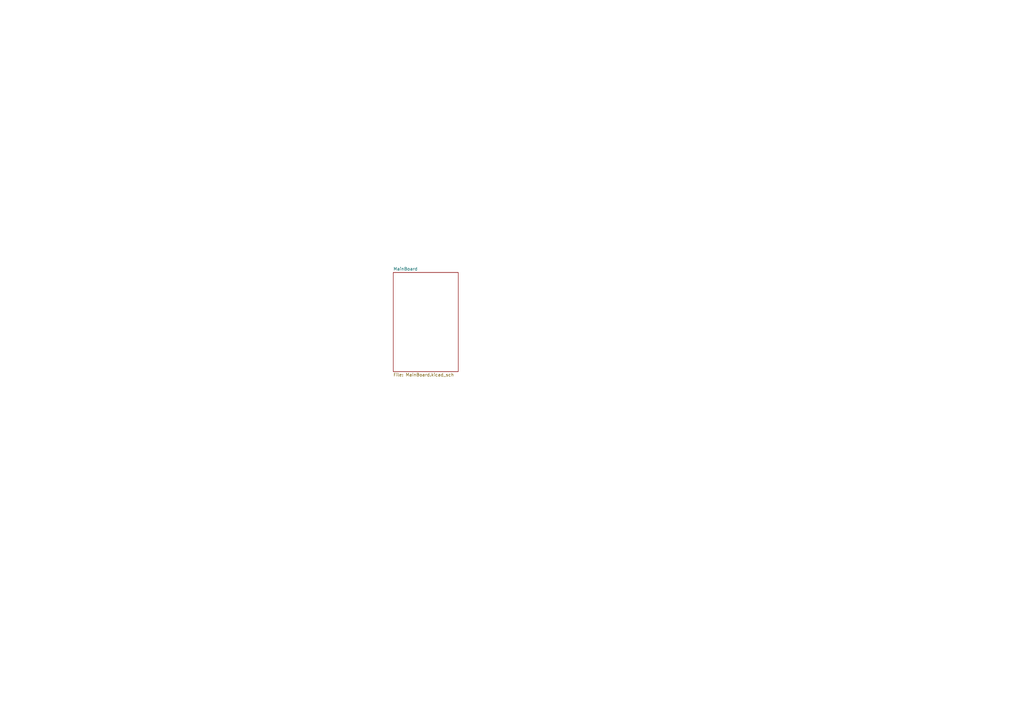
<source format=kicad_sch>
(kicad_sch (version 20211123) (generator eeschema)
  (paper "A3")
  (lib_symbols)
  (sheet (at 161.29 111.76) (size 26.67 40.64)
    (property "Sheet name" "MainBoard" (at 161.29 111.0484 0) (effects (justify left bottom)))
    (property "Sheet file" "MainBoard.kicad_sch" (at 161.29 152.9846 0) (effects (justify left top)))
  )
)
</source>
